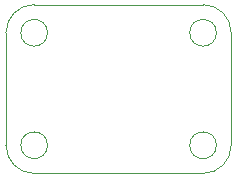
<source format=gbr>
%TF.GenerationSoftware,KiCad,Pcbnew,(5.1.6-0-10_14)*%
%TF.CreationDate,2020-06-15T14:29:28-04:00*%
%TF.ProjectId,preamp,70726561-6d70-42e6-9b69-6361645f7063,rev?*%
%TF.SameCoordinates,Original*%
%TF.FileFunction,Profile,NP*%
%FSLAX46Y46*%
G04 Gerber Fmt 4.6, Leading zero omitted, Abs format (unit mm)*
G04 Created by KiCad (PCBNEW (5.1.6-0-10_14)) date 2020-06-15 14:29:28*
%MOMM*%
%LPD*%
G01*
G04 APERTURE LIST*
%TA.AperFunction,Profile*%
%ADD10C,0.076200*%
%TD*%
%TA.AperFunction,Profile*%
%ADD11C,0.050000*%
%TD*%
G04 APERTURE END LIST*
D10*
X120103900Y-93573600D02*
G75*
G03*
X120103900Y-93573600I-1130300J0D01*
G01*
X120103900Y-103098600D02*
G75*
G03*
X120103900Y-103098600I-1130300J0D01*
G01*
X134404100Y-103098600D02*
G75*
G03*
X134404100Y-103098600I-1130300J0D01*
G01*
X134404100Y-93573600D02*
G75*
G03*
X134404100Y-93573600I-1130300J0D01*
G01*
D11*
X116586000Y-93573600D02*
G75*
G02*
X118973600Y-91186000I2387600J0D01*
G01*
X135661400Y-103098600D02*
X135661400Y-93573600D01*
X133273800Y-91186000D02*
G75*
G02*
X135661400Y-93573600I0J-2387600D01*
G01*
X135661400Y-103098600D02*
G75*
G02*
X133273800Y-105486200I-2387600J0D01*
G01*
X118973600Y-105486200D02*
X133273800Y-105486200D01*
X133273800Y-91186000D02*
X118973600Y-91186000D01*
X116586000Y-93573600D02*
X116586000Y-103098600D01*
X118973600Y-105486200D02*
G75*
G02*
X116586000Y-103098600I0J2387600D01*
G01*
M02*

</source>
